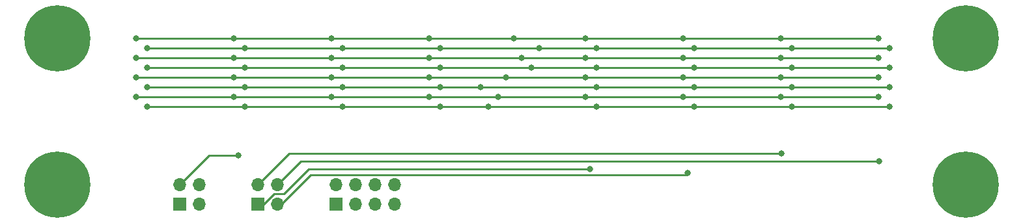
<source format=gbr>
%TF.GenerationSoftware,KiCad,Pcbnew,(5.1.8)-1*%
%TF.CreationDate,2021-01-26T11:35:07-05:00*%
%TF.ProjectId,SSD8_Row,53534438-5f52-46f7-972e-6b696361645f,rev?*%
%TF.SameCoordinates,Original*%
%TF.FileFunction,Copper,L2,Bot*%
%TF.FilePolarity,Positive*%
%FSLAX46Y46*%
G04 Gerber Fmt 4.6, Leading zero omitted, Abs format (unit mm)*
G04 Created by KiCad (PCBNEW (5.1.8)-1) date 2021-01-26 11:35:07*
%MOMM*%
%LPD*%
G01*
G04 APERTURE LIST*
%TA.AperFunction,ComponentPad*%
%ADD10R,1.700000X1.700000*%
%TD*%
%TA.AperFunction,ComponentPad*%
%ADD11O,1.700000X1.700000*%
%TD*%
%TA.AperFunction,WasherPad*%
%ADD12C,8.600000*%
%TD*%
%TA.AperFunction,WasherPad*%
%ADD13C,0.900000*%
%TD*%
%TA.AperFunction,ViaPad*%
%ADD14C,0.800000*%
%TD*%
%TA.AperFunction,Conductor*%
%ADD15C,0.250000*%
%TD*%
G04 APERTURE END LIST*
D10*
%TO.P,J2,1*%
%TO.N,/SEG_F*%
X55880000Y-40640000D03*
D11*
%TO.P,J2,2*%
%TO.N,/SEG_E*%
X55880000Y-38100000D03*
%TO.P,J2,3*%
%TO.N,/SEG_G*%
X58420000Y-40640000D03*
%TO.P,J2,4*%
%TO.N,/SEG_D*%
X58420000Y-38100000D03*
%TO.P,J2,5*%
%TO.N,/SEG_B*%
X60960000Y-40640000D03*
%TO.P,J2,6*%
%TO.N,/SEG_C*%
X60960000Y-38100000D03*
%TO.P,J2,7*%
%TO.N,/SEG_A*%
X63500000Y-40640000D03*
%TO.P,J2,8*%
%TO.N,/SEG_DP*%
X63500000Y-38100000D03*
%TD*%
D12*
%TO.P,REF\u002A\u002A,*%
%TO.N,*%
X19685000Y-38100000D03*
D13*
X22910000Y-38100000D03*
X21965419Y-40380419D03*
X19685000Y-41325000D03*
X17404581Y-40380419D03*
X16460000Y-38100000D03*
X17404581Y-35819581D03*
X19685000Y-34875000D03*
X21965419Y-35819581D03*
%TD*%
D12*
%TO.P,REF\u002A\u002A,*%
%TO.N,*%
X19685000Y-19050000D03*
D13*
X22910000Y-19050000D03*
X21965419Y-21330419D03*
X19685000Y-22275000D03*
X17404581Y-21330419D03*
X16460000Y-19050000D03*
X17404581Y-16769581D03*
X19685000Y-15825000D03*
X21965419Y-16769581D03*
%TD*%
D12*
%TO.P,REF\u002A\u002A,*%
%TO.N,*%
X137795000Y-38100000D03*
D13*
X141020000Y-38100000D03*
X140075419Y-40380419D03*
X137795000Y-41325000D03*
X135514581Y-40380419D03*
X134570000Y-38100000D03*
X135514581Y-35819581D03*
X137795000Y-34875000D03*
X140075419Y-35819581D03*
%TD*%
D12*
%TO.P,REF\u002A\u002A,*%
%TO.N,*%
X137795000Y-19050000D03*
D13*
X141020000Y-19050000D03*
X140075419Y-21330419D03*
X137795000Y-22275000D03*
X135514581Y-21330419D03*
X134570000Y-19050000D03*
X135514581Y-16769581D03*
X137795000Y-15825000D03*
X140075419Y-16769581D03*
%TD*%
D10*
%TO.P,J1,1*%
%TO.N,/DIG_0*%
X35560000Y-40640000D03*
D11*
%TO.P,J1,2*%
%TO.N,/DIG_2*%
X35560000Y-38100000D03*
%TO.P,J1,3*%
%TO.N,/DIG_1*%
X38100000Y-40640000D03*
%TO.P,J1,4*%
%TO.N,/DIG_3*%
X38100000Y-38100000D03*
%TD*%
%TO.P,J3,4*%
%TO.N,/DIG_7*%
X48260000Y-38100000D03*
%TO.P,J3,3*%
%TO.N,/DIG_5*%
X48260000Y-40640000D03*
%TO.P,J3,2*%
%TO.N,/DIG_6*%
X45720000Y-38100000D03*
D10*
%TO.P,J3,1*%
%TO.N,/DIG_4*%
X45720000Y-40640000D03*
%TD*%
D14*
%TO.N,/SEG_G*%
X31332000Y-22860000D03*
X44032000Y-22860000D03*
X56732000Y-22860000D03*
X69432000Y-22860000D03*
X89752000Y-22860000D03*
X102452000Y-22860000D03*
X115152000Y-22860000D03*
X127852000Y-22860000D03*
X81280000Y-22860000D03*
%TO.N,/SEG_F*%
X31332000Y-20320000D03*
X44032000Y-20320000D03*
X56732000Y-20320000D03*
X69432000Y-20320000D03*
X89752000Y-20320000D03*
X102452000Y-20320000D03*
X115152000Y-20320000D03*
X127852000Y-20320000D03*
X82296000Y-20320000D03*
%TO.N,/SEG_A*%
X29882000Y-19050000D03*
X42582000Y-19050000D03*
X55282000Y-19050000D03*
X67982000Y-19050000D03*
X88302000Y-19050000D03*
X101002000Y-19050000D03*
X113702000Y-19050000D03*
X126402000Y-19050000D03*
X78994000Y-19050000D03*
%TO.N,/SEG_B*%
X29882000Y-21590000D03*
X42582000Y-21590000D03*
X55282000Y-21590000D03*
X67982000Y-21590000D03*
X88302000Y-21590000D03*
X101002000Y-21590000D03*
X113702000Y-21590000D03*
X126402000Y-21590000D03*
X80010000Y-21590000D03*
%TO.N,/SEG_DP*%
X29882000Y-24130000D03*
X42582000Y-24130000D03*
X55282000Y-24130000D03*
X67982000Y-24130000D03*
X88302000Y-24130000D03*
X101002000Y-24130000D03*
X113702000Y-24130000D03*
X126402000Y-24130000D03*
X77978000Y-24130000D03*
%TO.N,/SEG_C*%
X29882000Y-26670000D03*
X42582000Y-26670000D03*
X55282000Y-26670000D03*
X67982000Y-26670000D03*
X88302000Y-26670000D03*
X101002000Y-26670000D03*
X113702000Y-26670000D03*
X126402000Y-26670000D03*
X76962000Y-26670000D03*
%TO.N,/SEG_D*%
X31332000Y-27940000D03*
X44032000Y-27940000D03*
X56732000Y-27940000D03*
X69432000Y-27940000D03*
X89752000Y-27940000D03*
X102452000Y-27940000D03*
X115152000Y-27940000D03*
X127852000Y-27940000D03*
X75692000Y-27940000D03*
%TO.N,/SEG_E*%
X31332000Y-25400000D03*
X44032000Y-25400000D03*
X56732000Y-25400000D03*
X69432000Y-25400000D03*
X89752000Y-25400000D03*
X102452000Y-25400000D03*
X115152000Y-25400000D03*
X127852000Y-25400000D03*
X74676000Y-25400000D03*
%TO.N,/DIG_4*%
X88900000Y-36068000D03*
%TO.N,/DIG_5*%
X101600000Y-36576000D03*
%TO.N,/DIG_2*%
X43180000Y-34290000D03*
%TO.N,/DIG_6*%
X113792000Y-34036000D03*
%TO.N,/DIG_7*%
X126492000Y-35052000D03*
%TD*%
D15*
%TO.N,/SEG_G*%
X127852000Y-22860000D02*
X115152000Y-22860000D01*
X115152000Y-22860000D02*
X102452000Y-22860000D01*
X102452000Y-22860000D02*
X89752000Y-22860000D01*
X89752000Y-22860000D02*
X78232000Y-22860000D01*
X69432000Y-22860000D02*
X56732000Y-22860000D01*
X56732000Y-22860000D02*
X44032000Y-22860000D01*
X44032000Y-22860000D02*
X31242000Y-22860000D01*
X74676000Y-22860000D02*
X69432000Y-22860000D01*
X78232000Y-22860000D02*
X74676000Y-22860000D01*
%TO.N,/SEG_F*%
X127852000Y-20320000D02*
X115152000Y-20320000D01*
X115152000Y-20320000D02*
X102362000Y-20320000D01*
X102362000Y-20320000D02*
X102452000Y-20320000D01*
X102452000Y-20320000D02*
X89752000Y-20320000D01*
X69432000Y-20320000D02*
X56732000Y-20320000D01*
X56732000Y-20320000D02*
X43942000Y-20320000D01*
X43942000Y-20320000D02*
X44032000Y-20320000D01*
X44032000Y-20320000D02*
X31332000Y-20320000D01*
X75692000Y-20320000D02*
X69432000Y-20320000D01*
X89752000Y-20320000D02*
X83312000Y-20320000D01*
X82296000Y-20320000D02*
X75692000Y-20320000D01*
X83312000Y-20320000D02*
X82296000Y-20320000D01*
%TO.N,/SEG_A*%
X113792000Y-19050000D02*
X113702000Y-19050000D01*
X29882000Y-19050000D02*
X42582000Y-19050000D01*
X42582000Y-19050000D02*
X55282000Y-19050000D01*
X55282000Y-19050000D02*
X67982000Y-19050000D01*
X67982000Y-19050000D02*
X74422000Y-19050000D01*
X88302000Y-19050000D02*
X101002000Y-19050000D01*
X101002000Y-19050000D02*
X113702000Y-19050000D01*
X113702000Y-19050000D02*
X126402000Y-19050000D01*
X78994000Y-19050000D02*
X88302000Y-19050000D01*
X74422000Y-19050000D02*
X78994000Y-19050000D01*
%TO.N,/SEG_B*%
X88302000Y-21590000D02*
X88392000Y-21590000D01*
X101002000Y-21590000D02*
X101092000Y-21590000D01*
X29882000Y-21590000D02*
X42582000Y-21590000D01*
X42582000Y-21590000D02*
X55282000Y-21590000D01*
X55282000Y-21590000D02*
X67982000Y-21590000D01*
X67982000Y-21590000D02*
X76962000Y-21590000D01*
X88302000Y-21590000D02*
X101002000Y-21590000D01*
X101002000Y-21590000D02*
X113792000Y-21590000D01*
X113792000Y-21590000D02*
X113702000Y-21590000D01*
X113702000Y-21590000D02*
X126492000Y-21590000D01*
X126492000Y-21590000D02*
X126402000Y-21590000D01*
X80010000Y-21590000D02*
X88302000Y-21590000D01*
X76962000Y-21590000D02*
X80010000Y-21590000D01*
%TO.N,/SEG_DP*%
X29882000Y-24130000D02*
X42582000Y-24130000D01*
X42582000Y-24130000D02*
X55282000Y-24130000D01*
X55282000Y-24130000D02*
X67982000Y-24130000D01*
X88392000Y-24130000D02*
X88302000Y-24130000D01*
X88302000Y-24130000D02*
X101002000Y-24130000D01*
X101002000Y-24130000D02*
X113792000Y-24130000D01*
X113792000Y-24130000D02*
X113702000Y-24130000D01*
X113702000Y-24130000D02*
X126492000Y-24130000D01*
X126492000Y-24130000D02*
X126402000Y-24130000D01*
X79502000Y-24130000D02*
X88392000Y-24130000D01*
X77978000Y-24130000D02*
X79502000Y-24130000D01*
X67982000Y-24130000D02*
X77978000Y-24130000D01*
%TO.N,/SEG_C*%
X67982000Y-26670000D02*
X68072000Y-26670000D01*
X29882000Y-26670000D02*
X42672000Y-26670000D01*
X42672000Y-26670000D02*
X42582000Y-26670000D01*
X42582000Y-26670000D02*
X55282000Y-26670000D01*
X55282000Y-26670000D02*
X67982000Y-26670000D01*
X88302000Y-26670000D02*
X101002000Y-26670000D01*
X101002000Y-26670000D02*
X113792000Y-26670000D01*
X113792000Y-26670000D02*
X113702000Y-26670000D01*
X113702000Y-26670000D02*
X126402000Y-26670000D01*
X82042000Y-26670000D02*
X88392000Y-26670000D01*
X76962000Y-26670000D02*
X82042000Y-26670000D01*
X67982000Y-26670000D02*
X76962000Y-26670000D01*
%TO.N,/SEG_D*%
X115152000Y-27940000D02*
X115062000Y-27940000D01*
X31332000Y-27940000D02*
X44032000Y-27940000D01*
X44032000Y-27940000D02*
X56732000Y-27940000D01*
X56732000Y-27940000D02*
X69432000Y-27940000D01*
X89752000Y-27940000D02*
X102362000Y-27940000D01*
X102362000Y-27940000D02*
X115152000Y-27940000D01*
X115152000Y-27940000D02*
X127852000Y-27940000D01*
X83312000Y-27940000D02*
X89752000Y-27940000D01*
X79502000Y-27940000D02*
X83312000Y-27940000D01*
X79375000Y-27940000D02*
X79502000Y-27940000D01*
X75692000Y-27940000D02*
X79375000Y-27940000D01*
X69432000Y-27940000D02*
X75692000Y-27940000D01*
%TO.N,/SEG_E*%
X56732000Y-25400000D02*
X56642000Y-25400000D01*
X127852000Y-25400000D02*
X115152000Y-25400000D01*
X115152000Y-25400000D02*
X102362000Y-25400000D01*
X102362000Y-25400000D02*
X102452000Y-25400000D01*
X102452000Y-25400000D02*
X89752000Y-25400000D01*
X89752000Y-25400000D02*
X80772000Y-25400000D01*
X69432000Y-25400000D02*
X56732000Y-25400000D01*
X56732000Y-25400000D02*
X44032000Y-25400000D01*
X44032000Y-25400000D02*
X31242000Y-25400000D01*
X80645000Y-25400000D02*
X78232000Y-25400000D01*
X80772000Y-25400000D02*
X80645000Y-25400000D01*
X74676000Y-25400000D02*
X69432000Y-25400000D01*
X78232000Y-25400000D02*
X74676000Y-25400000D01*
%TO.N,/DIG_4*%
X47885997Y-39275001D02*
X49116999Y-39275001D01*
X46520998Y-40640000D02*
X47885997Y-39275001D01*
X45720000Y-40640000D02*
X46520998Y-40640000D01*
X52324000Y-36068000D02*
X88900000Y-36068000D01*
X49116999Y-39275001D02*
X52324000Y-36068000D01*
%TO.N,/DIG_5*%
X48260000Y-40640000D02*
X48768000Y-40640000D01*
X101382999Y-36793001D02*
X101600000Y-36576000D01*
X52614999Y-36793001D02*
X101382999Y-36793001D01*
X48768000Y-40640000D02*
X52614999Y-36793001D01*
%TO.N,/DIG_2*%
X39370000Y-34290000D02*
X35560000Y-38100000D01*
X43180000Y-34290000D02*
X39370000Y-34290000D01*
%TO.N,/DIG_6*%
X45720000Y-38100000D02*
X49784000Y-34036000D01*
X49784000Y-34036000D02*
X113792000Y-34036000D01*
%TO.N,/DIG_7*%
X48260000Y-38100000D02*
X51308000Y-35052000D01*
X51308000Y-35052000D02*
X126492000Y-35052000D01*
%TD*%
M02*

</source>
